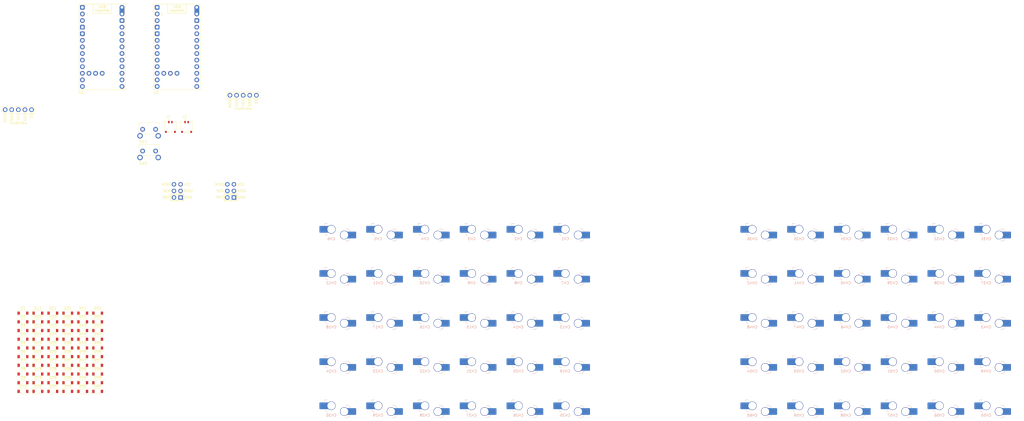
<source format=kicad_pcb>
(kicad_pcb (version 20240108) (generator "pcbnew") (generator_version "8.0")
  (layers (0 "F.Cu" signal) (31 "B.Cu" signal) (34 "B.Paste" user) (35 "F.Paste" user) (36 "B.SilkS" user "B.Silkscreen") (37 "F.SilkS" user "F.Silkscreen") (38 "B.Mask" user) (39 "F.Mask" user) (44 "Edge.Cuts" user))
  (net 0 "")
  (net 1 "Net-(D1-A)")
  (net 2 "Col 0_L")
  (net 3 "Net-(D2-A)")
  (net 4 "Col 1_L")
  (net 5 "Net-(D3-A)")
  (net 6 "Col 2_L")
  (net 7 "Net-(D4-A)")
  (net 8 "Col 3_L")
  (net 9 "Net-(D5-A)")
  (net 10 "Col 4_L")
  (net 11 "Net-(D6-A)")
  (net 12 "Col 5_L")
  (net 13 "Net-(D7-A)")
  (net 14 "Net-(D8-A)")
  (net 15 "Net-(D9-A)")
  (net 16 "Net-(D10-A)")
  (net 17 "Net-(D11-A)")
  (net 18 "Net-(D12-A)")
  (net 19 "Net-(D13-A)")
  (net 20 "Net-(D14-A)")
  (net 21 "Net-(D15-A)")
  (net 22 "Net-(D16-A)")
  (net 23 "Net-(D17-A)")
  (net 24 "Net-(D18-A)")
  (net 25 "Net-(D19-A)")
  (net 26 "Net-(D20-A)")
  (net 27 "Net-(D21-A)")
  (net 28 "Net-(D22-A)")
  (net 29 "Net-(D23-A)")
  (net 30 "Net-(D24-A)")
  (net 31 "Net-(D25-A)")
  (net 32 "Net-(D26-A)")
  (net 33 "Net-(D27-A)")
  (net 34 "Net-(D28-A)")
  (net 35 "Net-(D29-A)")
  (net 36 "Net-(D30-A)")
  (net 37 "Col 0_R")
  (net 38 "Net-(D31-A)")
  (net 39 "Col 1_R")
  (net 40 "Net-(D32-A)")
  (net 41 "Col 2_R")
  (net 42 "Net-(D33-A)")
  (net 43 "Net-(D34-A)")
  (net 44 "Col 3_R")
  (net 45 "Col 4_R")
  (net 46 "Net-(D35-A)")
  (net 47 "Net-(D36-A)")
  (net 48 "Col 5_R")
  (net 49 "Net-(D37-A)")
  (net 50 "Net-(D38-A)")
  (net 51 "Net-(D39-A)")
  (net 52 "Net-(D40-A)")
  (net 53 "Net-(D41-A)")
  (net 54 "Net-(D42-A)")
  (net 55 "Net-(D43-A)")
  (net 56 "Net-(D44-A)")
  (net 57 "Net-(D45-A)")
  (net 58 "Net-(D46-A)")
  (net 59 "Net-(D47-A)")
  (net 60 "Net-(D48-A)")
  (net 61 "Net-(D49-A)")
  (net 62 "Net-(D50-A)")
  (net 63 "Net-(D51-A)")
  (net 64 "Net-(D52-A)")
  (net 65 "Net-(D53-A)")
  (net 66 "Net-(D54-A)")
  (net 67 "Net-(D55-A)")
  (net 68 "Net-(D56-A)")
  (net 69 "Net-(D57-A)")
  (net 70 "Net-(D58-A)")
  (net 71 "Net-(D59-A)")
  (net 72 "Net-(D60-A)")
  (net 73 "Row 0_L")
  (net 74 "Row 1_L")
  (net 75 "Row 2_L")
  (net 76 "Row 3_L")
  (net 77 "Row 4_L")
  (net 78 "Row 0_R")
  (net 79 "Row 1_R")
  (net 80 "Row 2_R")
  (net 81 "Row 3_R")
  (net 82 "Row 4_R")
  (net 83 "GND_L")
  (net 84 "SDA_L")
  (net 85 "SCL_L")
  (net 86 "VCC_L")
  (net 87 "CS_L")
  (net 88 "SDA_R")
  (net 89 "SCL_R")
  (net 90 "CS_R")
  (net 91 "GND_R")
  (net 92 "VCC_R")
  (net 93 "Net-(J1-Pin_1)")
  (net 94 "Net-(J2-Pin_1)")
  (net 95 "RESET_L")
  (net 96 "RESET_R")
  (net 97 "BAT+_L")
  (net 98 "BAT+_R")
  (footprint "random-keyboard-parts:D_SOD-123-Pretty" (layer "F.Cu") (at -73.65 91.7)
    (property "Reference" "D50")
    (property "Value" "D_Small")
  )
  (footprint "random-keyboard-parts:Reset_Pretty" (layer "F.Cu") (at -16.73 14.46)
    (property "Reference" "Reset_R1")
    (property "Value" "SW_Push")
  )
  (footprint "random-keyboard-parts:D_SOD-123-Pretty" (layer "F.Cu") (at -79.4 68.25)
    (property "Reference" "D33")
    (property "Value" "D_Small")
  )
  (footprint "random-keyboard-parts:D_SOD-123-Pretty" (layer "F.Cu") (at -85.15 71.6)
    (property "Reference" "D24")
    (property "Value" "D_Small")
  )
  (footprint "random-keyboard-parts:D_SOD-123-Pretty" (layer "F.Cu") (at -73.65 68.25)
    (property "Reference" "D43")
    (property "Value" "D_Small")
  )
  (footprint "random-keyboard-parts:D_SOD-123-Pretty" (layer "F.Cu") (at -85.15 68.25)
    (property "Reference" "D23")
    (property "Value" "D_Small")
  )
  (footprint "random-keyboard-parts:D_SOD-123-Pretty" (layer "F.Cu") (at -67.9 81.65)
    (property "Reference" "D57")
    (property "Value" "D_Small")
  )
  (footprint "random-keyboard-parts:D_SOD-123-Pretty" (layer "F.Cu") (at -67.9 71.6)
    (property "Reference" "D54")
    (property "Value" "D_Small")
  )
  (footprint "random-keyboard-parts:D_SOD-123-Pretty" (layer "F.Cu") (at -90.9 78.3)
    (property "Reference" "D16")
    (property "Value" "D_Small")
  )
  (footprint "random-keyboard-parts:D_SOD-123-Pretty" (layer "F.Cu") (at -96.65 61.55)
    (property "Reference" "D1")
    (property "Value" "D_Small")
  )
  (footprint "random-keyboard-parts:D_SOD-123-Pretty" (layer "F.Cu") (at -85.15 78.3)
    (property "Reference" "D26")
    (property "Value" "D_Small")
  )
  (footprint "random-keyboard-parts:D_SOD-123-Pretty" (layer "F.Cu") (at -96.65 81.65)
    (property "Reference" "D7")
    (property "Value" "D_Small")
  )
  (footprint "random-keyboard-parts:D_SOD-123-Pretty" (layer "F.Cu") (at -85.15 91.7)
    (property "Reference" "D30")
    (property "Value" "D_Small")
  )
  (footprint "random-keyboard-parts:D_SOD-123-Pretty" (layer "F.Cu") (at -79.4 61.55)
    (property "Reference" "D31")
    (property "Value" "D_Small")
  )
  (footprint "random-keyboard-parts:D_SOD-123-Pretty" (layer "F.Cu") (at -67.9 68.25)
    (property "Reference" "D53")
    (property "Value" "D_Small")
  )
  (footprint "random-keyboard-parts:D_SOD-123-Pretty" (layer "F.Cu") (at -90.9 81.65)
    (property "Reference" "D17")
    (property "Value" "D_Small")
  )
  (footprint "nice_view:nice_view" (layer "F.Cu") (at -98.425 -33.3375)
    (property "Reference" "DisplayL1")
    (property "Value" "nice!view")
  )
  (footprint "random-keyboard-parts:D_SOD-123-Pretty" (layer "F.Cu") (at -90.9 68.25)
    (property "Reference" "D13")
    (property "Value" "D_Small")
  )
  (footprint "random-keyboard-parts:D_SOD-123-Pretty" (layer "F.Cu") (at -96.65 91.7)
    (property "Reference" "D10")
    (property "Value" "D_Small")
  )
  (footprint "random-keyboard-parts:D_SOD-123-Pretty" (layer "F.Cu") (at -73.65 85)
    (property "Reference" "D48")
    (property "Value" "D_Small")
  )
  (footprint "random-keyboard-parts:D_SOD-123-Pretty" (layer "F.Cu") (at -90.9 91.7)
    (property "Reference" "D20")
    (property "Value" "D_Small")
  )
  (footprint "random-keyboard-parts:D_SOD-123-Pretty" (layer "F.Cu") (at -90.9 74.95)
    (property "Reference" "D15")
    (property "Value" "D_Small")
  )
  (footprint "PCM_marbastlib-xp-promicroish:nice_nano_AH_USBup" (layer "F.Cu") (at -66.15875 -39.74625)
    (property "Reference" "U1")
    (property "Value" "nice_nano")
  )
  (footprint "random-keyboard-parts:D_SOD-123-Pretty" (layer "F.Cu") (at -73.65 88.35)
    (property "Reference" "D49")
    (property "Value" "D_Small")
  )
  (footprint "random-keyboard-parts:D_SOD-123-Pretty" (layer "F.Cu") (at -67.9 61.55)
    (property "Reference" "D51")
    (property "Value" "D_Small")
  )
  (footprint "random-keyboard-parts:D_SOD-123-Pretty" (layer "F.Cu") (at -90.9 71.6)
    (property "Reference" "D14")
    (property "Value" "D_Small")
  )
  (footprint "random-keyboard-parts:D_SOD-123-Pretty" (layer "F.Cu") (at -90.9 64.9)
    (property "Reference" "D12")
    (property "Value" "D_Small")
  )
  (footprint "PCM_marbastlib-xp-promicroish:nice_nano_AH_USBup" (layer "F.Cu") (at -37.37875 -39.74625)
    (property "Reference" "U2")
    (property "Value" "nice_nano")
  )
  (footprint "random-keyboard-parts:D_SOD-123-Pretty" (layer "F.Cu") (at -96.65 68.25)
    (property "Reference" "D3")
    (property "Value" "D_Small")
  )
  (footprint "random-keyboard-parts:D_SOD-123-Pretty" (layer "F.Cu") (at -67.9 64.9)
    (property "Reference" "D52")
    (property "Value" "D_Small")
  )
  (footprint "random-keyboard-parts:D_SOD-123-Pretty" (layer "F.Cu") (at -73.65 64.9)
    (property "Reference" "D42")
    (property "Value" "D_Small")
  )
  (footprint "PCM_marbastlib-various:SW_SKHLLCA010" (layer "F.Cu") (at -48.09375 0.3375)
    (property "Reference" "SW2")
    (property "Value" "SW_DPDT_x2")
  )
  (footprint "random-keyboard-parts:D_SOD-123-Pretty" (layer "F.Cu") (at -79.4 88.35)
    (property "Reference" "D39")
    (property "Value" "D_Small")
  )
  (footprint "PCM_marbastlib-various:CON_JST_ACH_BM02B" (layer "F.Cu") (at -33.66875 -10.190608)
    (property "Reference" "J2")
    (property "Value" "Battery_R")
  )
  (footprint "random-keyboard-parts:D_SOD-123-Pretty" (layer "F.Cu") (at -85.15 85)
    (property "Reference" "D28")
    (property "Value" "D_Small")
  )
  (footprint "PCM_marbastlib-various:CON_JST_ACH_BM02B" (layer "F.Cu") (at -39.91875 -10.190608)
    (property "Reference" "J1")
    (property "Value" "Battery_L")
  )
  (footprint "random-keyboard-parts:D_SOD-123-Pretty" (layer "F.Cu") (at -73.65 61.55)
    (property "Reference" "D41")
    (property "Value" "D_Small")
  )
  (footprint "random-keyboard-parts:D_SOD-123-Pretty" (layer "F.Cu") (at -96.65 88.35)
    (property "Reference" "D9")
    (property "Value" "D_Small")
  )
  (footprint "random-keyboard-parts:D_SOD-123-Pretty" (layer "F.Cu") (at -73.65 78.3)
    (property "Reference" "D46")
    (property "Value" "D_Small")
  )
  (footprint "random-keyboard-parts:D_SOD-123-Pretty" (layer "F.Cu") (at -73.65 81.65)
    (property "Reference" "D47")
    (property "Value" "D_Small")
  )
  (footprint "random-keyboard-parts:D_SOD-123-Pretty" (layer "F.Cu") (at -96.65 74.95)
    (property "Reference" "D5")
    (property "Value" "D_Small")
  )
  (footprint "random-keyboard-parts:D_SOD-123-Pretty" (layer "F.Cu") (at -67.9 85)
    (property "Reference" "D58")
    (property "Value" "D_Small")
  )
  (footprint "random-keyboard-parts:D_SOD-123-Pretty" (layer "F.Cu") (at -79.4 74.95)
    (property "Reference" "D35")
    (property "Value" "D_Small")
  )
  (footprint "random-keyboard-parts:D_SOD-123-Pretty" (layer "F.Cu") (at -85.15 74.95)
    (property "Reference" "D25")
    (property "Value" "D_Small")
  )
  (footprint "random-keyboard-parts:D_SOD-123-Pretty" (layer "F.Cu") (at -67.9 91.7)
    (property "Reference" "D60")
    (property "Value" "D_Small")
  )
  (footprint "random-keyboard-parts:D_SOD-123-Pretty" (layer "F.Cu") (at -90.9 85)
    (property "Reference" "D18")
    (property "Value" "D_Small")
  )
  (footprint "random-keyboard-parts:D_SOD-123-Pretty" (layer "F.Cu") (at -79.4 85)
    (property "Reference" "D38")
    (property "Value" "D_Small")
  )
  (footprint "random-keyboard-parts:D_SOD-123-Pretty" (layer "F.Cu") (at -73.65 71.6)
    (property "Reference" "D44")
    (property "Value" "D_Small")
  )
  (footprint "random-keyboard-parts:D_SOD-123-Pretty" (layer "F.Cu") (at -96.65 64.9)
    (property "Reference" "D2")
    (property "Value" "D_Small")
  )
  (footprint "random-keyboard-parts:D_SOD-123-Pretty" (layer "F.Cu") (at -85.15 88.35)
    (property "Reference" "D29")
    (property "Value" "D_Small")
  )
  (footprint "random-keyboard-parts:D_SOD-123-Pretty" (layer "F.Cu") (at -85.15 61.55)
    (property "Reference" "D21")
    (property "Value" "D_Small")
  )
  (footprint "random-keyboard-parts:D_SOD-123-Pretty" (layer "F.Cu") (at -79.4 64.9)
    (property "Reference" "D32")
    (property "Value" "D_Small")
  )
  (footprint "random-keyboard-parts:D_SOD-123-Pretty" (layer "F.Cu") (at -96.65 71.6)
    (property "Reference" "D4")
    (property "Value" "D_Small")
  )
  (footprint "random-keyboard-parts:D_SOD-123-Pretty" (layer "F.Cu") (at -79.4 78.3)
    (property "Reference" "D36")
    (property "Value" "D_Small")
  )
  (footprint "random-keyboard-parts:D_SOD-123-Pretty" (layer "F.Cu") (at -85.15 64.9)
    (property "Reference" "D22")
    (property "Value" "D_Small")
  )
  (footprint "random-keyboard-parts:D_SOD-123-Pretty" (layer "F.Cu") (at -79.4 81.65)
    (property "Reference" "D37")
    (property "Value" "D_Small")
  )
  (footprint "random-keyboard-parts:D_SOD-123-Pretty" (layer "F.Cu") (at -90.9 88.35)
    (property "Reference" "D19")
    (property "Value" "D_Small")
  )
  (footprint "random-keyboard-parts:D_SOD-123-Pretty" (layer "F.Cu") (at -79.4 91.7)
    (property "Reference" "D40")
    (property "Value" "D_Small")
  )
  (footprint "random-keyboard-parts:D_SOD-123-Pretty" (layer "F.Cu") (at -67.9 78.3)
    (property "Reference" "D56")
    (property "Value" "D_Small")
  )
  (footprint "random-keyboard-parts:D_SOD-123-Pretty" (layer "F.Cu") (at -96.65 85)
    (property "Reference" "D8")
    (property "Value" "D_Small")
  )
  (footprint "random-keyboard-parts:Reset_Pretty" (layer "F.Cu") (at -37.27 14.46)
    (property "Reference" "Reset_L1")
    (property "Value" "SW_Push")
  )
  (footprint "random-keyboard-parts:D_SOD-123-Pretty" (layer "F.Cu") (at -79.4 71.6)
    (property "Reference" "D34")
    (property "Value" "D_Small")
  )
  (footprint "PCM_marbastlib-various:SW_SKHLLCA010" (layer "F.Cu") (at -48.09375 -8.0225)
    (property "Reference" "SW1")
    (property "Value" "SW_DPDT_x2")
  )
  (footprint "random-keyboard-parts:D_SOD-123-Pretty" (layer "F.Cu") (at -67.9 74.95)
    (property "Reference" "D55")
    (property "Value" "D_Small")
  )
  (footprint "random-keyboard-parts:D_SOD-123-Pretty" (layer "F.Cu") (at -67.9 88.35)
    (property "Reference" "D59")
    (property "Value" "D_Small")
  )
  (footprint "random-keyboard-parts:D_SOD-123-Pretty" (layer "F.Cu") (at -85.15 81.65)
    (property "Reference" "D27")
    (property "Value" "D_Small")
  )
  (footprint "random-keyboard-parts:D_SOD-123-Pretty" (layer "F.Cu") (at -90.9 61.55)
    (property "Reference" "D11")
    (property "Value" "D_Small")
  )
  (footprint "nice_view:nice_view" (layer "F.Cu") (at -11.90625 -38.89375)
    (property "Reference" "DisplayR1")
    (property "Value" "nice!view")
  )
  (footprint "random-keyboard-parts:D_SOD-123-Pretty" (layer "F.Cu") (at -73.65 74.95)
    (property "Reference" "D45")
    (property "Value" "D_Small")
  )
  (footprint "random-keyboard-parts:D_SOD-123-Pretty" (layer "F.Cu") (at -96.65 78.3)
    (property "Reference" "D6")
    (property "Value" "D_Small")
  )
  (footprint "PCM_marbastlib-choc:SW_choc_v1_HS_CPG135001S30_1u" (layer "B.Cu") (at 207 42.5 180)
    (property "Reference" "CH41")
    (property "Value" "choc_v1_SW_HS")
  )
  (footprint "PCM_marbastlib-choc:SW_choc_v1_HS_CPG135001S30_1u" (layer "B.Cu") (at 81 42.5 180)
    (property "Reference" "CH9")
    (property "Value" "choc_v1_SW_HS")
  )
  (footprint "PCM_marbastlib-choc:SW_choc_v1_HS_CPG135001S30_1u" (layer "B.Cu") (at 63 93.5 180)
    (property "Reference" "CH28")
    (property "Value" "choc_v1_SW_HS")
  )
  (footprint "PCM_marbastlib-choc:SW_choc_v1_HS_CPG135001S30_1u" (layer "B.Cu") (at 189 59.5 180)
    (property "Reference" "CH48")
    (property "Value" "choc_v1_SW_HS")
  )
  (footprint "PCM_marbastlib-choc:SW_choc_v1_HS_CPG135001S30_1u" (layer "B.Cu") (at 279 25.5 180)
    (property "Reference" "CH31")
    (property "Value" "choc_v1_SW_HS")
  )
  (footprint "PCM_marbastlib-choc:SW_choc_v1_HS_CPG135001S30_1u" (layer "B.Cu") (at 261 25.5 180)
    (property "Reference" "CH32")
    (property "Value" "choc_v1_SW_HS")
  )
  (footprint "PCM_marbastlib-choc:SW_choc_v1_HS_CPG135001S30_1u" (layer "B.Cu") (at 117 42.5 180)
    (property "Reference" "CH7")
    (property "Value" "choc_v1_SW_HS")
  )
  (footprint "PCM_marbastlib-choc:SW_choc_v1_HS_CPG135001S30_1u" (layer "B.Cu") (at 45 76.5 180)
    (property "Reference" "CH23")
    (property "Value" "choc_v1_SW_HS")
  )
  (footprint "PCM_marbastlib-choc:SW_choc_v1_HS_CPG135001S30_1u" (layer "B.Cu") (at 207 76.5 180)
    (property "Reference" "CH53")
    (property "Value" "choc_v1_SW_HS")
  )
  (footprint "PCM_marbastlib-choc:SW_choc_v1_HS_CPG135001S30_1u" (layer "B.Cu") (at 261 76.5 180)
    (property "Reference" "CH50")
    (property "Value" "choc_v1_SW_HS")
  )
  (footprint "PCM_marbastlib-choc:SW_choc_v1_HS_CPG135001S30_1u" (layer "B.Cu") (at 225 25.5 180)
    (property "Reference" "CH34")
    (property "Value" "choc_v1_SW_HS")
  )
  (footprint "PCM_marbastlib-choc:SW_choc_v1_HS_CPG135001S30_1u" (layer "B.Cu") (at 81 59.5 180)
    (property "Reference" "CH15")
    (property "Value" "choc_v1_SW_HS")
  )
  (footprint "PCM_marbastlib-choc:SW_choc_v1_HS_CPG135001S30_1u" (layer "B.Cu") (at 27 93.5 180)
    (property "Reference" "CH30")
    (property "Value" "choc_v1_SW_HS")
  )
  (footprint "PCM_marbastlib-choc:SW_choc_v1_HS_CPG135001S30_1u" (layer "B.Cu") (at 225 42.5 180)
    (property "Reference" "CH40")
    (property "Value" "choc_v1_SW_HS")
  )
  (footprint "PCM_marbastlib-choc:SW_choc_v1_HS_CPG135001S30_1u" (layer "B.Cu") (at 225 93.5 180)
    (property "Reference" "CH58")
    (property "Value" "choc_v1_SW_HS")
  )
  (footprint "PCM_marbastlib-choc:SW_choc_v1_HS_CPG135001S30_1u" (layer "B.Cu") (at 63 76.5 180)
    (property "Reference" "CH22")
    (property "Value" "choc_v1_SW_HS")
  )
  (footprint "PCM_marbastlib-choc:SW_choc_v1_HS_CPG135001S30_1u" (layer "B.Cu") (at 27 76.5 180)
    (property "Reference" "CH24")
    (property "Value" "choc_v1_SW_HS")
  )
  (footprint "PCM_marbastlib-choc:SW_choc_v1_HS_CPG135001S30_1u" (layer "B.Cu") (at 81 76.5 180)
    (property "Reference" "CH21")
    (property "Value" "choc_v1_SW_HS")
  )
  (footprint "PCM_marbastlib-choc:SW_choc_v1_HS_CPG135001S30_1u" (layer "B.Cu") (at 45 42.5 180)
    (property "Reference" "CH11")
    (property "Value" "choc_v1_SW_HS")
  )
  (footprint "PCM_marbastlib-choc:SW_choc_v1_HS_CPG135001S30_1u" (layer "B.Cu") (at 99 59.5 180)
    (property "Reference" "CH14")
    (property "Value" "choc_v1_SW_HS")
  )
  (footprint "PCM_marbastlib-choc:SW_choc_v1_HS_CPG135001S30_1u" (layer "B.Cu") (at 189 76.5 180)
    (property "Reference" "CH54")
    (property "Value" "choc_v1_SW_HS")
  )
  (footprint "PCM_marbastlib-choc:SW_choc_v1_HS_CPG135001S30_1u" (layer "B.Cu") (at 27 42.5 180)
    (property "Reference" "CH12")
    (property "Value" "choc_v1_SW_HS")
  )
  (footprint "PCM_marbastlib-choc:SW_choc_v1_HS_CPG135001S30_1u" (layer "B.Cu") (at 27 59.5 180)
    (property "Reference" "CH18")
    (property "Value" "choc_v1_SW_HS")
  )
  (footprint "PCM_marbastlib-choc:SW_choc_v1_HS_CPG135001S30_1u" (layer "B.Cu") (at 117 93.5 180)
    (property "Reference" "CH25")
    (property "Value" "choc_v1_SW_HS")
  )
  (footprint "PCM_marbastlib-choc:SW_choc_v1_HS_CPG135001S30_1u" (layer "B.Cu") (at 225 76.5 180)
    (property "Reference" "CH52")
    (property "Value" "choc_v1_SW_HS")
  )
  (footprint "PCM_marbastlib-choc:SW_choc_v1_HS_CPG135001S30_1u" (layer "B.Cu") (at 261 93.5 180)
    (property "Reference" "CH56")
    (property "Value" "choc_v1_SW_HS")
  )
  (footprint "PCM_marbastlib-choc:SW_choc_v1_HS_CPG135001S30_1u" (layer "B.Cu") (at 243 25.5 180)
    (property "Reference" "CH33")
    (property "Value" "choc_v1_SW_HS")
  )
  (footprint "PCM_marbastlib-choc:SW_choc_v1_HS_CPG135001S30_1u" (layer "B.Cu") (at 279 59.5 180)
    (property "Reference" "CH43")
    (property "Value" "choc_v1_SW_HS")
  )
  (footprint "PCM_marbastlib-choc:SW_choc_v1_HS_CPG135001S30_1u" (layer "B.Cu") (at 261 59.5 180)
    (property "Reference" "CH44")
    (property "Value" "choc_v1_SW_HS")
  )
  (footprint "PCM_marbastlib-choc:SW_choc_v1_HS_CPG135001S30_1u" (layer "B.Cu") (at 189 42.5 180)
    (property "Reference" "CH42")
    (property "Value" "choc_v1_SW_HS")
  )
  (footprint "PCM_marbastlib-choc:SW_choc_v1_HS_CPG135001S30_1u" (layer "B.Cu") (at 243 93.5 180)
    (property "Reference" "CH57")
    (property "Value" "choc_v1_SW_HS")
  )
  (footprint "PCM_marbastlib-choc:SW_choc_v1_HS_CPG135001S30_1u" (layer "B.Cu") (at 207 93.5 180)
    (property "Reference" "CH59")
    (property "Value" "choc_v1_SW_HS")
  )
  (footprint "PCM_marbastlib-choc:SW_choc_v1_HS_CPG135001S30_1u" (layer "B.Cu") (at 27 25.5 180)
    (property "Reference" "CH6")
    (property "Value" "choc_v1_SW_HS")
  )
  (footprint "PCM_marbastlib-choc:SW_choc_v1_HS_CPG135001S30_1u" (layer "B.Cu") (at 117 25.5 180)
    (property "Reference" "CH1")
    (property "Value" "choc_v1_SW_HS")
  )
  (footprint "PCM_marbastlib-choc:SW_choc_v1_HS_CPG135001S30_1u" (layer "B.Cu") (at 243 59.5 180)
    (property "Reference" "CH45")
    (property "Value" "choc_v1_SW_HS")
  )
  (footprint "PCM_marbastlib-choc:SW_choc_v1_HS_CPG135001S30_1u" (layer "B.Cu") (at 99 76.5 180)
    (property "Reference" "CH20")
    (property "Value" "choc_v1_SW_HS")
  )
  (footprint "PCM_marbastlib-choc:SW_choc_v1_HS_CPG135001S30_1u" (layer "B.Cu") (at 261 42.5 180)
    (property "Reference" "CH38")
    (property "Value" "choc_v1_SW_HS")
  )
  (footprint "PCM_marbastlib-choc:SW_choc_v1_HS_CPG135001S30_1u" (layer "B.Cu") (at 99 93.5 180)
    (property "Reference" "CH26")
    (property "Value" "choc_v1_SW_HS")
  )
  (footprint "PCM_marbastlib-choc:SW_choc_v1_HS_CPG135001S30_1u" (layer "B.Cu") (at 279 42.5 180)
    (property "Reference" "CH37")
    (property "Value" "choc_v1_SW_HS")
  )
  (footprint "PCM_marbastlib-choc:SW_choc_v1_HS_CPG135001S30_1u" (layer "B.Cu") (at 243 76.5 180)
    (property "Reference" "CH51")
    (property "Value" "choc_v1_SW_HS")
  )
  (footprint "PCM_marbastlib-choc:SW_choc_v1_HS_CPG135001S30_1u" (layer "B.Cu") (at 243 42.5 180)
    (property "Reference" "CH39")
    (property "Value" "choc_v1_SW_HS")
  )
  (footprint "PCM_marbastlib-choc:SW_choc_v1_HS_CPG135001S30_1u" (layer "B.Cu") (at 63 59.5 180)
    (property "Reference" "CH16")
    (property "Value" "choc_v1_SW_HS")
  )
  (footprint "PCM_marbastlib-choc:SW_choc_v1_HS_CPG135001S30_1u" (layer "B.Cu") (at 63 42.5 180)
    (property "Reference" "CH10")
    (property "Value" "choc_v1_SW_HS")
  )
  (footprint "PCM_marbastlib-choc:SW_choc_v1_HS_CPG135001S30_1u" (layer "B.Cu") (at 279 76.5 180)
    (property "Reference" "CH49")
    (property "Value" "choc_v1_SW_HS")
  )
  (footprint "PCM_marbastlib-choc:SW_choc_v1_HS_CPG135001S30_1u" (layer "B.Cu") (at 81 93.5 180)
    (property "Reference" "CH27")
    (property "Value" "choc_v1_SW_HS")
  )
  (footprint "PCM_marbastlib-choc:SW_choc_v1_HS_CPG135001S30_1u" (layer "B.Cu") (at 225 59.5 180)
    (property "Reference" "CH46")
    (property "Value" "choc_v1_SW_HS")
  )
  (footprint "PCM_marbastlib-choc:SW_choc_v1_HS_CPG135001S30_1u" (layer "B.Cu") (at 117 76.5 180)
    (property "Reference" "CH19")
    (property "Value" "choc_v1_SW_HS")
  )
  (footprint "PCM_marbastlib-choc:SW_choc_v1_HS_CPG135001S30_1u" (layer "B.Cu") (at 117 59.5 180)
    (property "Reference" "CH13")
    (property "Value" "choc_v1_SW_HS")
  )
  (footprint "PCM_marbastlib-choc:SW_choc_v1_HS_CPG135001S30_1u" (layer "B.Cu") (at 45 93.5 180)
    (property "Reference" "CH29")
    (property "Value" "choc_v1_SW_HS")
  )
  (footprint "PCM_marbastlib-choc:SW_choc_v1_HS_CPG135001S30_1u" (layer "B.Cu") (at 45 59.5 180)
    (property "Reference" "CH17")
    (property "Value" "choc_v1_SW_HS")
  )
  (footprint "PCM_marbastlib-choc:SW_choc_v1_HS_CPG135001S30_1u" (layer "B.Cu") (at 99 42.5 180)
    (property "Reference" "CH8")
    (property "Value" "choc_v1_SW_HS")
  )
  (footprint "PCM_marbastlib-choc:SW_choc_v1_HS_CPG135001S30_1u" (layer "B.Cu") (at 207 59.5 180)
    (property "Reference" "CH47")
    (property "Value" "choc_v1_SW_HS")
  )
  (footprint "PCM_marbastlib-choc:SW_choc_v1_HS_CPG135001S30_1u" (layer "B.Cu") (at 189 25.5 180)
    (property "Reference" "CH36")
    (property "Value" "choc_v1_SW_HS")
  )
  (footprint "PCM_marbastlib-choc:SW_choc_v1_HS_CPG135001S30_1u" (layer "B.Cu") (at 189 93.5 180)
    (property "Reference" "CH60")
    (property "Value" "choc_v1_SW_HS")
  )
  (footprint "PCM_marbastlib-choc:SW_choc_v1_HS_CPG135001S30_1u" (layer "B.Cu") (at 45 25.5 180)
    (property "Reference" "CH5")
    (property "Value" "choc_v1_SW_HS")
  )
  (footprint "PCM_marbastlib-choc:SW_choc_v1_HS_CPG135001S30_1u" (layer "B.Cu") (at 207 25.5 180)
    (property "Reference" "CH35")
    (property "Value" "choc_v1_SW_HS")
  )
  (footprint "PCM_marbastlib-choc:SW_choc_v1_HS_CPG135001S30_1u" (layer "B.Cu") (at 63 25.5 180)
    (property "Reference" "CH4")
    (property "Value" "choc_v1_SW_HS")
  )
  (footprint "PCM_marbastlib-choc:SW_choc_v1_HS_CPG135001S30_1u" (layer "B.Cu") (at 99 25.5 180)
    (property "Reference" "CH2")
    (property "Value" "choc_v1_SW_HS")
  )
  (footprint "PCM_marbastlib-choc:SW_choc_v1_HS_CPG135001S30_1u" (layer "B.Cu") (at 81 25.5 180)
    (property "Reference" "CH3")
    (property "Value" "choc_v1_SW_HS")
  )
  (footprint "PCM_marbastlib-choc:SW_choc_v1_HS_CPG135001S30_1u" (layer "B.Cu") (at 279 93.5 180)
    (property "Reference" "CH55")
    (property "Value" "choc_v1_SW_HS")
  )
)
</source>
